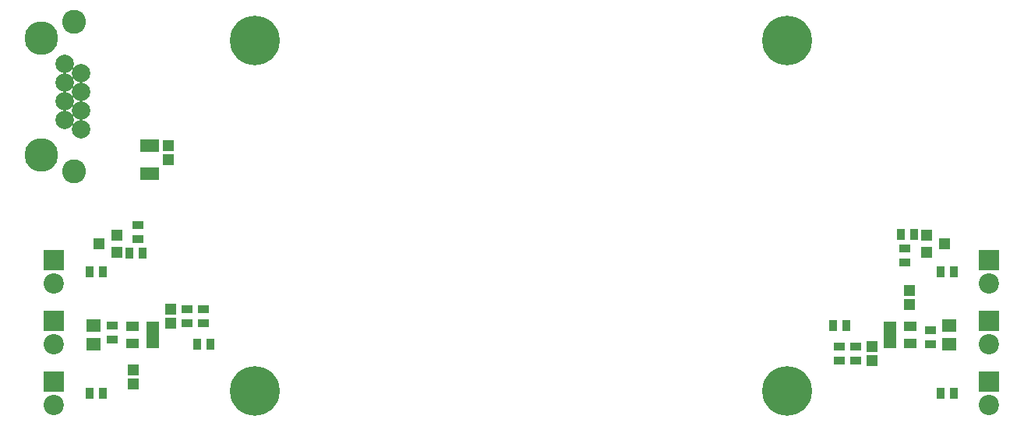
<source format=gbr>
G04 #@! TF.FileFunction,Soldermask,Top*
%FSLAX46Y46*%
G04 Gerber Fmt 4.6, Leading zero omitted, Abs format (unit mm)*
G04 Created by KiCad (PCBNEW 4.0.7) date 01/10/18 16:33:28*
%MOMM*%
%LPD*%
G01*
G04 APERTURE LIST*
%ADD10C,0.150000*%
%ADD11C,2.600000*%
%ADD12C,3.650000*%
%ADD13C,2.000000*%
%ADD14R,1.150000X1.200000*%
%ADD15R,2.000000X1.400000*%
%ADD16R,1.300000X1.200000*%
%ADD17R,1.650000X1.400000*%
%ADD18R,2.200000X2.200000*%
%ADD19C,2.200000*%
%ADD20R,0.900000X1.300000*%
%ADD21R,1.300000X0.900000*%
%ADD22R,1.460000X1.050000*%
%ADD23C,5.400000*%
G04 APERTURE END LIST*
D10*
D11*
X34922000Y-42166000D03*
X34922000Y-25906000D03*
D12*
X31362000Y-40386000D03*
X31362000Y-27686000D03*
D13*
X33902000Y-34536000D03*
X33902000Y-32506000D03*
X35682000Y-35566000D03*
X35682000Y-33536000D03*
X35682000Y-37596000D03*
X33902000Y-36566000D03*
X35682000Y-31506000D03*
X33902000Y-30476000D03*
D14*
X45212000Y-40882000D03*
X45212000Y-39382000D03*
D15*
X43180000Y-39394000D03*
X43180000Y-42394000D03*
D16*
X39608000Y-50988000D03*
X39608000Y-49088000D03*
X37608000Y-50038000D03*
D14*
X45466000Y-57162000D03*
X45466000Y-58662000D03*
D17*
X37084000Y-60944000D03*
X37084000Y-58944000D03*
D14*
X121666000Y-62726000D03*
X121666000Y-61226000D03*
D17*
X130048000Y-58944000D03*
X130048000Y-60944000D03*
D18*
X32766000Y-58420000D03*
D19*
X32766000Y-60960000D03*
D18*
X32766000Y-51816000D03*
D19*
X32766000Y-54356000D03*
D18*
X32766000Y-65024000D03*
D19*
X32766000Y-67564000D03*
D18*
X134366000Y-51816000D03*
D19*
X134366000Y-54356000D03*
D18*
X134366000Y-65024000D03*
D19*
X134366000Y-67564000D03*
D18*
X134366000Y-58420000D03*
D19*
X134366000Y-60960000D03*
D20*
X48272000Y-60960000D03*
X49772000Y-60960000D03*
X118860000Y-58928000D03*
X117360000Y-58928000D03*
D21*
X47244000Y-58662000D03*
X47244000Y-57162000D03*
D20*
X42406000Y-51054000D03*
X40906000Y-51054000D03*
D21*
X49022000Y-58662000D03*
X49022000Y-57162000D03*
D20*
X36588000Y-53086000D03*
X38088000Y-53086000D03*
D21*
X39116000Y-58940000D03*
X39116000Y-60440000D03*
D20*
X36588000Y-66294000D03*
X38088000Y-66294000D03*
X130544000Y-53086000D03*
X129044000Y-53086000D03*
X130544000Y-66294000D03*
X129044000Y-66294000D03*
D21*
X119888000Y-61226000D03*
X119888000Y-62726000D03*
X118110000Y-61226000D03*
X118110000Y-62726000D03*
X128016000Y-60948000D03*
X128016000Y-59448000D03*
D22*
X43518000Y-60894000D03*
X43518000Y-59944000D03*
X43518000Y-58994000D03*
X41318000Y-58994000D03*
X41318000Y-60894000D03*
X123614000Y-58994000D03*
X123614000Y-59944000D03*
X123614000Y-60894000D03*
X125814000Y-60894000D03*
X125814000Y-58994000D03*
D21*
X41910000Y-49518000D03*
X41910000Y-48018000D03*
D23*
X112395000Y-66040000D03*
X54610000Y-66040000D03*
X54610000Y-27940000D03*
X112395000Y-27940000D03*
D16*
X127524000Y-49088000D03*
X127524000Y-50988000D03*
X129524000Y-50038000D03*
D21*
X125222000Y-50558000D03*
X125222000Y-52058000D03*
D20*
X126226000Y-49022000D03*
X124726000Y-49022000D03*
D14*
X41402000Y-65266000D03*
X41402000Y-63766000D03*
X125730000Y-55130000D03*
X125730000Y-56630000D03*
M02*

</source>
